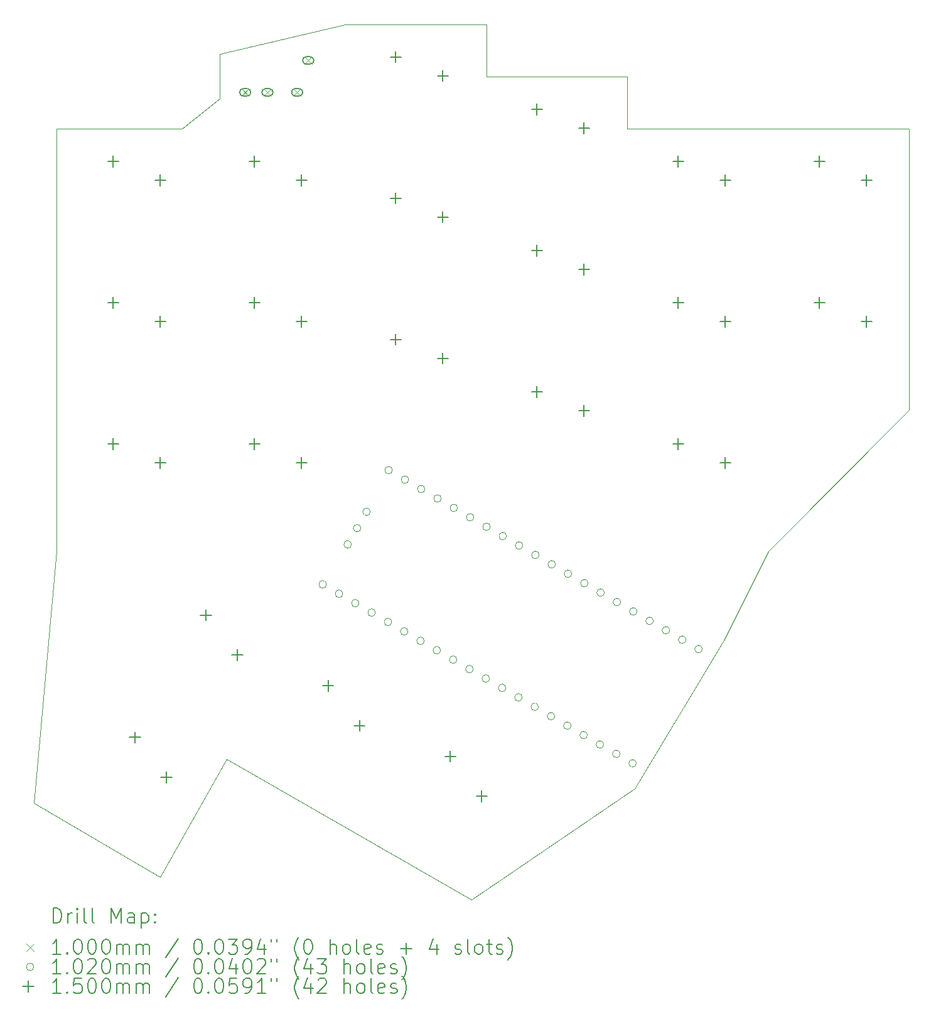
<source format=gbr>
%TF.GenerationSoftware,KiCad,Pcbnew,7.0.8-7.0.8~ubuntu22.04.1*%
%TF.CreationDate,2023-10-28T18:35:06+03:00*%
%TF.ProjectId,Keeb,4b656562-2e6b-4696-9361-645f70636258,rev?*%
%TF.SameCoordinates,Original*%
%TF.FileFunction,Drillmap*%
%TF.FilePolarity,Positive*%
%FSLAX45Y45*%
G04 Gerber Fmt 4.5, Leading zero omitted, Abs format (unit mm)*
G04 Created by KiCad (PCBNEW 7.0.8-7.0.8~ubuntu22.04.1) date 2023-10-28 18:35:06*
%MOMM*%
%LPD*%
G01*
G04 APERTURE LIST*
%ADD10C,0.050000*%
%ADD11C,0.200000*%
%ADD12C,0.100000*%
%ADD13C,0.102000*%
%ADD14C,0.150000*%
G04 APERTURE END LIST*
D10*
X15990000Y-3909294D02*
X17890000Y-3909294D01*
X17890000Y-4609294D01*
X21690000Y-4609294D01*
X21690000Y-8409294D01*
X19790000Y-10309294D01*
X19190000Y-11509294D01*
X17990000Y-13509294D01*
X15790000Y-15009294D01*
X12490000Y-13109294D01*
X11590000Y-14709294D01*
X9890000Y-13709294D01*
X10190000Y-10309294D01*
X10190000Y-4609294D01*
X11890000Y-4609294D01*
X12390000Y-4209294D01*
X12390000Y-3609294D01*
X14090000Y-3209294D01*
X15990000Y-3209294D01*
X15990000Y-3909294D01*
D11*
D12*
X12687500Y-4071794D02*
X12787500Y-4171794D01*
X12787500Y-4071794D02*
X12687500Y-4171794D01*
D11*
X12712500Y-4171794D02*
X12762500Y-4171794D01*
X12762500Y-4171794D02*
G75*
G03*
X12762500Y-4071794I0J50000D01*
G01*
X12762500Y-4071794D02*
X12712500Y-4071794D01*
X12712500Y-4071794D02*
G75*
G03*
X12712500Y-4171794I0J-50000D01*
G01*
D12*
X12987500Y-4071794D02*
X13087500Y-4171794D01*
X13087500Y-4071794D02*
X12987500Y-4171794D01*
D11*
X13012500Y-4171794D02*
X13062500Y-4171794D01*
X13062500Y-4171794D02*
G75*
G03*
X13062500Y-4071794I0J50000D01*
G01*
X13062500Y-4071794D02*
X13012500Y-4071794D01*
X13012500Y-4071794D02*
G75*
G03*
X13012500Y-4171794I0J-50000D01*
G01*
D12*
X13387500Y-4071794D02*
X13487500Y-4171794D01*
X13487500Y-4071794D02*
X13387500Y-4171794D01*
D11*
X13412500Y-4171794D02*
X13462500Y-4171794D01*
X13462500Y-4171794D02*
G75*
G03*
X13462500Y-4071794I0J50000D01*
G01*
X13462500Y-4071794D02*
X13412500Y-4071794D01*
X13412500Y-4071794D02*
G75*
G03*
X13412500Y-4171794I0J-50000D01*
G01*
D12*
X13537500Y-3641794D02*
X13637500Y-3741794D01*
X13637500Y-3641794D02*
X13537500Y-3741794D01*
D11*
X13562500Y-3741794D02*
X13612500Y-3741794D01*
X13612500Y-3741794D02*
G75*
G03*
X13612500Y-3641794I0J50000D01*
G01*
X13612500Y-3641794D02*
X13562500Y-3641794D01*
X13562500Y-3641794D02*
G75*
G03*
X13562500Y-3741794I0J-50000D01*
G01*
D13*
X13833772Y-10757499D02*
G75*
G03*
X13833772Y-10757499I-51000J0D01*
G01*
X14053742Y-10884499D02*
G75*
G03*
X14053742Y-10884499I-51000J0D01*
G01*
X14171190Y-10219073D02*
G75*
G03*
X14171190Y-10219073I-51000J0D01*
G01*
X14273713Y-11011499D02*
G75*
G03*
X14273713Y-11011499I-51000J0D01*
G01*
X14298190Y-9999103D02*
G75*
G03*
X14298190Y-9999103I-51000J0D01*
G01*
X14425190Y-9779132D02*
G75*
G03*
X14425190Y-9779132I-51000J0D01*
G01*
X14493683Y-11138499D02*
G75*
G03*
X14493683Y-11138499I-51000J0D01*
G01*
X14713654Y-11265499D02*
G75*
G03*
X14713654Y-11265499I-51000J0D01*
G01*
X14722772Y-9217706D02*
G75*
G03*
X14722772Y-9217706I-51000J0D01*
G01*
X14933624Y-11392499D02*
G75*
G03*
X14933624Y-11392499I-51000J0D01*
G01*
X14942742Y-9344706D02*
G75*
G03*
X14942742Y-9344706I-51000J0D01*
G01*
X15153595Y-11519499D02*
G75*
G03*
X15153595Y-11519499I-51000J0D01*
G01*
X15162713Y-9471706D02*
G75*
G03*
X15162713Y-9471706I-51000J0D01*
G01*
X15373565Y-11646499D02*
G75*
G03*
X15373565Y-11646499I-51000J0D01*
G01*
X15382683Y-9598706D02*
G75*
G03*
X15382683Y-9598706I-51000J0D01*
G01*
X15593535Y-11773499D02*
G75*
G03*
X15593535Y-11773499I-51000J0D01*
G01*
X15602654Y-9725706D02*
G75*
G03*
X15602654Y-9725706I-51000J0D01*
G01*
X15813506Y-11900499D02*
G75*
G03*
X15813506Y-11900499I-51000J0D01*
G01*
X15822624Y-9852706D02*
G75*
G03*
X15822624Y-9852706I-51000J0D01*
G01*
X16033476Y-12027499D02*
G75*
G03*
X16033476Y-12027499I-51000J0D01*
G01*
X16042595Y-9979706D02*
G75*
G03*
X16042595Y-9979706I-51000J0D01*
G01*
X16253447Y-12154499D02*
G75*
G03*
X16253447Y-12154499I-51000J0D01*
G01*
X16262565Y-10106706D02*
G75*
G03*
X16262565Y-10106706I-51000J0D01*
G01*
X16473417Y-12281499D02*
G75*
G03*
X16473417Y-12281499I-51000J0D01*
G01*
X16482535Y-10233706D02*
G75*
G03*
X16482535Y-10233706I-51000J0D01*
G01*
X16693388Y-12408499D02*
G75*
G03*
X16693388Y-12408499I-51000J0D01*
G01*
X16702506Y-10360706D02*
G75*
G03*
X16702506Y-10360706I-51000J0D01*
G01*
X16913358Y-12535499D02*
G75*
G03*
X16913358Y-12535499I-51000J0D01*
G01*
X16922476Y-10487706D02*
G75*
G03*
X16922476Y-10487706I-51000J0D01*
G01*
X17133329Y-12662499D02*
G75*
G03*
X17133329Y-12662499I-51000J0D01*
G01*
X17142447Y-10614706D02*
G75*
G03*
X17142447Y-10614706I-51000J0D01*
G01*
X17353299Y-12789499D02*
G75*
G03*
X17353299Y-12789499I-51000J0D01*
G01*
X17362417Y-10741706D02*
G75*
G03*
X17362417Y-10741706I-51000J0D01*
G01*
X17573270Y-12916499D02*
G75*
G03*
X17573270Y-12916499I-51000J0D01*
G01*
X17582388Y-10868706D02*
G75*
G03*
X17582388Y-10868706I-51000J0D01*
G01*
X17793240Y-13043499D02*
G75*
G03*
X17793240Y-13043499I-51000J0D01*
G01*
X17802358Y-10995706D02*
G75*
G03*
X17802358Y-10995706I-51000J0D01*
G01*
X18013211Y-13170499D02*
G75*
G03*
X18013211Y-13170499I-51000J0D01*
G01*
X18022329Y-11122706D02*
G75*
G03*
X18022329Y-11122706I-51000J0D01*
G01*
X18242299Y-11249706D02*
G75*
G03*
X18242299Y-11249706I-51000J0D01*
G01*
X18462270Y-11376706D02*
G75*
G03*
X18462270Y-11376706I-51000J0D01*
G01*
X18682240Y-11503706D02*
G75*
G03*
X18682240Y-11503706I-51000J0D01*
G01*
X18902211Y-11630706D02*
G75*
G03*
X18902211Y-11630706I-51000J0D01*
G01*
D14*
X10958500Y-4978794D02*
X10958500Y-5128794D01*
X10883500Y-5053794D02*
X11033500Y-5053794D01*
X10958500Y-6883794D02*
X10958500Y-7033794D01*
X10883500Y-6958794D02*
X11033500Y-6958794D01*
X10958500Y-8788794D02*
X10958500Y-8938794D01*
X10883500Y-8863794D02*
X11033500Y-8863794D01*
X11252987Y-12746089D02*
X11252987Y-12896089D01*
X11177987Y-12821089D02*
X11327987Y-12821089D01*
X11593500Y-5232794D02*
X11593500Y-5382794D01*
X11518500Y-5307794D02*
X11668500Y-5307794D01*
X11593500Y-7137794D02*
X11593500Y-7287794D01*
X11518500Y-7212794D02*
X11668500Y-7212794D01*
X11593500Y-9042794D02*
X11593500Y-9192794D01*
X11518500Y-9117794D02*
X11668500Y-9117794D01*
X11675913Y-13283559D02*
X11675913Y-13433559D01*
X11600913Y-13358559D02*
X11750913Y-13358559D01*
X12205487Y-11096310D02*
X12205487Y-11246310D01*
X12130487Y-11171310D02*
X12280487Y-11171310D01*
X12628413Y-11633781D02*
X12628413Y-11783781D01*
X12553413Y-11708781D02*
X12703413Y-11708781D01*
X12863500Y-4978794D02*
X12863500Y-5128794D01*
X12788500Y-5053794D02*
X12938500Y-5053794D01*
X12863500Y-6883794D02*
X12863500Y-7033794D01*
X12788500Y-6958794D02*
X12938500Y-6958794D01*
X12863500Y-8788794D02*
X12863500Y-8938794D01*
X12788500Y-8863794D02*
X12938500Y-8863794D01*
X13498500Y-5232794D02*
X13498500Y-5382794D01*
X13423500Y-5307794D02*
X13573500Y-5307794D01*
X13498500Y-7137794D02*
X13498500Y-7287794D01*
X13423500Y-7212794D02*
X13573500Y-7212794D01*
X13498500Y-9042794D02*
X13498500Y-9192794D01*
X13423500Y-9117794D02*
X13573500Y-9117794D01*
X13855265Y-12048810D02*
X13855265Y-12198810D01*
X13780265Y-12123810D02*
X13930265Y-12123810D01*
X14278191Y-12586281D02*
X14278191Y-12736281D01*
X14203191Y-12661281D02*
X14353191Y-12661281D01*
X14768500Y-3568794D02*
X14768500Y-3718794D01*
X14693500Y-3643794D02*
X14843500Y-3643794D01*
X14768500Y-5473794D02*
X14768500Y-5623794D01*
X14693500Y-5548794D02*
X14843500Y-5548794D01*
X14768500Y-7378794D02*
X14768500Y-7528794D01*
X14693500Y-7453794D02*
X14843500Y-7453794D01*
X15403500Y-3822794D02*
X15403500Y-3972794D01*
X15328500Y-3897794D02*
X15478500Y-3897794D01*
X15403500Y-5727794D02*
X15403500Y-5877794D01*
X15328500Y-5802794D02*
X15478500Y-5802794D01*
X15403500Y-7632794D02*
X15403500Y-7782794D01*
X15328500Y-7707794D02*
X15478500Y-7707794D01*
X15505044Y-13001310D02*
X15505044Y-13151310D01*
X15430044Y-13076310D02*
X15580044Y-13076310D01*
X15927970Y-13538781D02*
X15927970Y-13688781D01*
X15852970Y-13613781D02*
X16002970Y-13613781D01*
X16673500Y-4273794D02*
X16673500Y-4423794D01*
X16598500Y-4348794D02*
X16748500Y-4348794D01*
X16673500Y-6178794D02*
X16673500Y-6328794D01*
X16598500Y-6253794D02*
X16748500Y-6253794D01*
X16673500Y-8083794D02*
X16673500Y-8233794D01*
X16598500Y-8158794D02*
X16748500Y-8158794D01*
X17308500Y-4527794D02*
X17308500Y-4677794D01*
X17233500Y-4602794D02*
X17383500Y-4602794D01*
X17308500Y-6432794D02*
X17308500Y-6582794D01*
X17233500Y-6507794D02*
X17383500Y-6507794D01*
X17308500Y-8337794D02*
X17308500Y-8487794D01*
X17233500Y-8412794D02*
X17383500Y-8412794D01*
X18578500Y-4978794D02*
X18578500Y-5128794D01*
X18503500Y-5053794D02*
X18653500Y-5053794D01*
X18578500Y-6883794D02*
X18578500Y-7033794D01*
X18503500Y-6958794D02*
X18653500Y-6958794D01*
X18578500Y-8788794D02*
X18578500Y-8938794D01*
X18503500Y-8863794D02*
X18653500Y-8863794D01*
X19213500Y-5232794D02*
X19213500Y-5382794D01*
X19138500Y-5307794D02*
X19288500Y-5307794D01*
X19213500Y-7137794D02*
X19213500Y-7287794D01*
X19138500Y-7212794D02*
X19288500Y-7212794D01*
X19213500Y-9042794D02*
X19213500Y-9192794D01*
X19138500Y-9117794D02*
X19288500Y-9117794D01*
X20483500Y-4978794D02*
X20483500Y-5128794D01*
X20408500Y-5053794D02*
X20558500Y-5053794D01*
X20483500Y-6883794D02*
X20483500Y-7033794D01*
X20408500Y-6958794D02*
X20558500Y-6958794D01*
X21118500Y-5232794D02*
X21118500Y-5382794D01*
X21043500Y-5307794D02*
X21193500Y-5307794D01*
X21118500Y-7137794D02*
X21118500Y-7287794D01*
X21043500Y-7212794D02*
X21193500Y-7212794D01*
D11*
X10148277Y-15323278D02*
X10148277Y-15123278D01*
X10148277Y-15123278D02*
X10195896Y-15123278D01*
X10195896Y-15123278D02*
X10224467Y-15132802D01*
X10224467Y-15132802D02*
X10243515Y-15151850D01*
X10243515Y-15151850D02*
X10253039Y-15170897D01*
X10253039Y-15170897D02*
X10262563Y-15208992D01*
X10262563Y-15208992D02*
X10262563Y-15237564D01*
X10262563Y-15237564D02*
X10253039Y-15275659D01*
X10253039Y-15275659D02*
X10243515Y-15294707D01*
X10243515Y-15294707D02*
X10224467Y-15313754D01*
X10224467Y-15313754D02*
X10195896Y-15323278D01*
X10195896Y-15323278D02*
X10148277Y-15323278D01*
X10348277Y-15323278D02*
X10348277Y-15189945D01*
X10348277Y-15228040D02*
X10357801Y-15208992D01*
X10357801Y-15208992D02*
X10367324Y-15199469D01*
X10367324Y-15199469D02*
X10386372Y-15189945D01*
X10386372Y-15189945D02*
X10405420Y-15189945D01*
X10472086Y-15323278D02*
X10472086Y-15189945D01*
X10472086Y-15123278D02*
X10462563Y-15132802D01*
X10462563Y-15132802D02*
X10472086Y-15142326D01*
X10472086Y-15142326D02*
X10481610Y-15132802D01*
X10481610Y-15132802D02*
X10472086Y-15123278D01*
X10472086Y-15123278D02*
X10472086Y-15142326D01*
X10595896Y-15323278D02*
X10576848Y-15313754D01*
X10576848Y-15313754D02*
X10567324Y-15294707D01*
X10567324Y-15294707D02*
X10567324Y-15123278D01*
X10700658Y-15323278D02*
X10681610Y-15313754D01*
X10681610Y-15313754D02*
X10672086Y-15294707D01*
X10672086Y-15294707D02*
X10672086Y-15123278D01*
X10929229Y-15323278D02*
X10929229Y-15123278D01*
X10929229Y-15123278D02*
X10995896Y-15266135D01*
X10995896Y-15266135D02*
X11062563Y-15123278D01*
X11062563Y-15123278D02*
X11062563Y-15323278D01*
X11243515Y-15323278D02*
X11243515Y-15218516D01*
X11243515Y-15218516D02*
X11233991Y-15199469D01*
X11233991Y-15199469D02*
X11214943Y-15189945D01*
X11214943Y-15189945D02*
X11176848Y-15189945D01*
X11176848Y-15189945D02*
X11157801Y-15199469D01*
X11243515Y-15313754D02*
X11224467Y-15323278D01*
X11224467Y-15323278D02*
X11176848Y-15323278D01*
X11176848Y-15323278D02*
X11157801Y-15313754D01*
X11157801Y-15313754D02*
X11148277Y-15294707D01*
X11148277Y-15294707D02*
X11148277Y-15275659D01*
X11148277Y-15275659D02*
X11157801Y-15256611D01*
X11157801Y-15256611D02*
X11176848Y-15247088D01*
X11176848Y-15247088D02*
X11224467Y-15247088D01*
X11224467Y-15247088D02*
X11243515Y-15237564D01*
X11338753Y-15189945D02*
X11338753Y-15389945D01*
X11338753Y-15199469D02*
X11357801Y-15189945D01*
X11357801Y-15189945D02*
X11395896Y-15189945D01*
X11395896Y-15189945D02*
X11414943Y-15199469D01*
X11414943Y-15199469D02*
X11424467Y-15208992D01*
X11424467Y-15208992D02*
X11433991Y-15228040D01*
X11433991Y-15228040D02*
X11433991Y-15285183D01*
X11433991Y-15285183D02*
X11424467Y-15304230D01*
X11424467Y-15304230D02*
X11414943Y-15313754D01*
X11414943Y-15313754D02*
X11395896Y-15323278D01*
X11395896Y-15323278D02*
X11357801Y-15323278D01*
X11357801Y-15323278D02*
X11338753Y-15313754D01*
X11519705Y-15304230D02*
X11529229Y-15313754D01*
X11529229Y-15313754D02*
X11519705Y-15323278D01*
X11519705Y-15323278D02*
X11510182Y-15313754D01*
X11510182Y-15313754D02*
X11519705Y-15304230D01*
X11519705Y-15304230D02*
X11519705Y-15323278D01*
X11519705Y-15199469D02*
X11529229Y-15208992D01*
X11529229Y-15208992D02*
X11519705Y-15218516D01*
X11519705Y-15218516D02*
X11510182Y-15208992D01*
X11510182Y-15208992D02*
X11519705Y-15199469D01*
X11519705Y-15199469D02*
X11519705Y-15218516D01*
D12*
X9787500Y-15601794D02*
X9887500Y-15701794D01*
X9887500Y-15601794D02*
X9787500Y-15701794D01*
D11*
X10253039Y-15743278D02*
X10138753Y-15743278D01*
X10195896Y-15743278D02*
X10195896Y-15543278D01*
X10195896Y-15543278D02*
X10176848Y-15571850D01*
X10176848Y-15571850D02*
X10157801Y-15590897D01*
X10157801Y-15590897D02*
X10138753Y-15600421D01*
X10338753Y-15724230D02*
X10348277Y-15733754D01*
X10348277Y-15733754D02*
X10338753Y-15743278D01*
X10338753Y-15743278D02*
X10329229Y-15733754D01*
X10329229Y-15733754D02*
X10338753Y-15724230D01*
X10338753Y-15724230D02*
X10338753Y-15743278D01*
X10472086Y-15543278D02*
X10491134Y-15543278D01*
X10491134Y-15543278D02*
X10510182Y-15552802D01*
X10510182Y-15552802D02*
X10519705Y-15562326D01*
X10519705Y-15562326D02*
X10529229Y-15581373D01*
X10529229Y-15581373D02*
X10538753Y-15619469D01*
X10538753Y-15619469D02*
X10538753Y-15667088D01*
X10538753Y-15667088D02*
X10529229Y-15705183D01*
X10529229Y-15705183D02*
X10519705Y-15724230D01*
X10519705Y-15724230D02*
X10510182Y-15733754D01*
X10510182Y-15733754D02*
X10491134Y-15743278D01*
X10491134Y-15743278D02*
X10472086Y-15743278D01*
X10472086Y-15743278D02*
X10453039Y-15733754D01*
X10453039Y-15733754D02*
X10443515Y-15724230D01*
X10443515Y-15724230D02*
X10433991Y-15705183D01*
X10433991Y-15705183D02*
X10424467Y-15667088D01*
X10424467Y-15667088D02*
X10424467Y-15619469D01*
X10424467Y-15619469D02*
X10433991Y-15581373D01*
X10433991Y-15581373D02*
X10443515Y-15562326D01*
X10443515Y-15562326D02*
X10453039Y-15552802D01*
X10453039Y-15552802D02*
X10472086Y-15543278D01*
X10662563Y-15543278D02*
X10681610Y-15543278D01*
X10681610Y-15543278D02*
X10700658Y-15552802D01*
X10700658Y-15552802D02*
X10710182Y-15562326D01*
X10710182Y-15562326D02*
X10719705Y-15581373D01*
X10719705Y-15581373D02*
X10729229Y-15619469D01*
X10729229Y-15619469D02*
X10729229Y-15667088D01*
X10729229Y-15667088D02*
X10719705Y-15705183D01*
X10719705Y-15705183D02*
X10710182Y-15724230D01*
X10710182Y-15724230D02*
X10700658Y-15733754D01*
X10700658Y-15733754D02*
X10681610Y-15743278D01*
X10681610Y-15743278D02*
X10662563Y-15743278D01*
X10662563Y-15743278D02*
X10643515Y-15733754D01*
X10643515Y-15733754D02*
X10633991Y-15724230D01*
X10633991Y-15724230D02*
X10624467Y-15705183D01*
X10624467Y-15705183D02*
X10614944Y-15667088D01*
X10614944Y-15667088D02*
X10614944Y-15619469D01*
X10614944Y-15619469D02*
X10624467Y-15581373D01*
X10624467Y-15581373D02*
X10633991Y-15562326D01*
X10633991Y-15562326D02*
X10643515Y-15552802D01*
X10643515Y-15552802D02*
X10662563Y-15543278D01*
X10853039Y-15543278D02*
X10872086Y-15543278D01*
X10872086Y-15543278D02*
X10891134Y-15552802D01*
X10891134Y-15552802D02*
X10900658Y-15562326D01*
X10900658Y-15562326D02*
X10910182Y-15581373D01*
X10910182Y-15581373D02*
X10919705Y-15619469D01*
X10919705Y-15619469D02*
X10919705Y-15667088D01*
X10919705Y-15667088D02*
X10910182Y-15705183D01*
X10910182Y-15705183D02*
X10900658Y-15724230D01*
X10900658Y-15724230D02*
X10891134Y-15733754D01*
X10891134Y-15733754D02*
X10872086Y-15743278D01*
X10872086Y-15743278D02*
X10853039Y-15743278D01*
X10853039Y-15743278D02*
X10833991Y-15733754D01*
X10833991Y-15733754D02*
X10824467Y-15724230D01*
X10824467Y-15724230D02*
X10814944Y-15705183D01*
X10814944Y-15705183D02*
X10805420Y-15667088D01*
X10805420Y-15667088D02*
X10805420Y-15619469D01*
X10805420Y-15619469D02*
X10814944Y-15581373D01*
X10814944Y-15581373D02*
X10824467Y-15562326D01*
X10824467Y-15562326D02*
X10833991Y-15552802D01*
X10833991Y-15552802D02*
X10853039Y-15543278D01*
X11005420Y-15743278D02*
X11005420Y-15609945D01*
X11005420Y-15628992D02*
X11014944Y-15619469D01*
X11014944Y-15619469D02*
X11033991Y-15609945D01*
X11033991Y-15609945D02*
X11062563Y-15609945D01*
X11062563Y-15609945D02*
X11081610Y-15619469D01*
X11081610Y-15619469D02*
X11091134Y-15638516D01*
X11091134Y-15638516D02*
X11091134Y-15743278D01*
X11091134Y-15638516D02*
X11100658Y-15619469D01*
X11100658Y-15619469D02*
X11119705Y-15609945D01*
X11119705Y-15609945D02*
X11148277Y-15609945D01*
X11148277Y-15609945D02*
X11167325Y-15619469D01*
X11167325Y-15619469D02*
X11176848Y-15638516D01*
X11176848Y-15638516D02*
X11176848Y-15743278D01*
X11272086Y-15743278D02*
X11272086Y-15609945D01*
X11272086Y-15628992D02*
X11281610Y-15619469D01*
X11281610Y-15619469D02*
X11300658Y-15609945D01*
X11300658Y-15609945D02*
X11329229Y-15609945D01*
X11329229Y-15609945D02*
X11348277Y-15619469D01*
X11348277Y-15619469D02*
X11357801Y-15638516D01*
X11357801Y-15638516D02*
X11357801Y-15743278D01*
X11357801Y-15638516D02*
X11367324Y-15619469D01*
X11367324Y-15619469D02*
X11386372Y-15609945D01*
X11386372Y-15609945D02*
X11414943Y-15609945D01*
X11414943Y-15609945D02*
X11433991Y-15619469D01*
X11433991Y-15619469D02*
X11443515Y-15638516D01*
X11443515Y-15638516D02*
X11443515Y-15743278D01*
X11833991Y-15533754D02*
X11662563Y-15790897D01*
X12091134Y-15543278D02*
X12110182Y-15543278D01*
X12110182Y-15543278D02*
X12129229Y-15552802D01*
X12129229Y-15552802D02*
X12138753Y-15562326D01*
X12138753Y-15562326D02*
X12148277Y-15581373D01*
X12148277Y-15581373D02*
X12157801Y-15619469D01*
X12157801Y-15619469D02*
X12157801Y-15667088D01*
X12157801Y-15667088D02*
X12148277Y-15705183D01*
X12148277Y-15705183D02*
X12138753Y-15724230D01*
X12138753Y-15724230D02*
X12129229Y-15733754D01*
X12129229Y-15733754D02*
X12110182Y-15743278D01*
X12110182Y-15743278D02*
X12091134Y-15743278D01*
X12091134Y-15743278D02*
X12072086Y-15733754D01*
X12072086Y-15733754D02*
X12062563Y-15724230D01*
X12062563Y-15724230D02*
X12053039Y-15705183D01*
X12053039Y-15705183D02*
X12043515Y-15667088D01*
X12043515Y-15667088D02*
X12043515Y-15619469D01*
X12043515Y-15619469D02*
X12053039Y-15581373D01*
X12053039Y-15581373D02*
X12062563Y-15562326D01*
X12062563Y-15562326D02*
X12072086Y-15552802D01*
X12072086Y-15552802D02*
X12091134Y-15543278D01*
X12243515Y-15724230D02*
X12253039Y-15733754D01*
X12253039Y-15733754D02*
X12243515Y-15743278D01*
X12243515Y-15743278D02*
X12233991Y-15733754D01*
X12233991Y-15733754D02*
X12243515Y-15724230D01*
X12243515Y-15724230D02*
X12243515Y-15743278D01*
X12376848Y-15543278D02*
X12395896Y-15543278D01*
X12395896Y-15543278D02*
X12414944Y-15552802D01*
X12414944Y-15552802D02*
X12424467Y-15562326D01*
X12424467Y-15562326D02*
X12433991Y-15581373D01*
X12433991Y-15581373D02*
X12443515Y-15619469D01*
X12443515Y-15619469D02*
X12443515Y-15667088D01*
X12443515Y-15667088D02*
X12433991Y-15705183D01*
X12433991Y-15705183D02*
X12424467Y-15724230D01*
X12424467Y-15724230D02*
X12414944Y-15733754D01*
X12414944Y-15733754D02*
X12395896Y-15743278D01*
X12395896Y-15743278D02*
X12376848Y-15743278D01*
X12376848Y-15743278D02*
X12357801Y-15733754D01*
X12357801Y-15733754D02*
X12348277Y-15724230D01*
X12348277Y-15724230D02*
X12338753Y-15705183D01*
X12338753Y-15705183D02*
X12329229Y-15667088D01*
X12329229Y-15667088D02*
X12329229Y-15619469D01*
X12329229Y-15619469D02*
X12338753Y-15581373D01*
X12338753Y-15581373D02*
X12348277Y-15562326D01*
X12348277Y-15562326D02*
X12357801Y-15552802D01*
X12357801Y-15552802D02*
X12376848Y-15543278D01*
X12510182Y-15543278D02*
X12633991Y-15543278D01*
X12633991Y-15543278D02*
X12567325Y-15619469D01*
X12567325Y-15619469D02*
X12595896Y-15619469D01*
X12595896Y-15619469D02*
X12614944Y-15628992D01*
X12614944Y-15628992D02*
X12624467Y-15638516D01*
X12624467Y-15638516D02*
X12633991Y-15657564D01*
X12633991Y-15657564D02*
X12633991Y-15705183D01*
X12633991Y-15705183D02*
X12624467Y-15724230D01*
X12624467Y-15724230D02*
X12614944Y-15733754D01*
X12614944Y-15733754D02*
X12595896Y-15743278D01*
X12595896Y-15743278D02*
X12538753Y-15743278D01*
X12538753Y-15743278D02*
X12519706Y-15733754D01*
X12519706Y-15733754D02*
X12510182Y-15724230D01*
X12729229Y-15743278D02*
X12767325Y-15743278D01*
X12767325Y-15743278D02*
X12786372Y-15733754D01*
X12786372Y-15733754D02*
X12795896Y-15724230D01*
X12795896Y-15724230D02*
X12814944Y-15695659D01*
X12814944Y-15695659D02*
X12824467Y-15657564D01*
X12824467Y-15657564D02*
X12824467Y-15581373D01*
X12824467Y-15581373D02*
X12814944Y-15562326D01*
X12814944Y-15562326D02*
X12805420Y-15552802D01*
X12805420Y-15552802D02*
X12786372Y-15543278D01*
X12786372Y-15543278D02*
X12748277Y-15543278D01*
X12748277Y-15543278D02*
X12729229Y-15552802D01*
X12729229Y-15552802D02*
X12719706Y-15562326D01*
X12719706Y-15562326D02*
X12710182Y-15581373D01*
X12710182Y-15581373D02*
X12710182Y-15628992D01*
X12710182Y-15628992D02*
X12719706Y-15648040D01*
X12719706Y-15648040D02*
X12729229Y-15657564D01*
X12729229Y-15657564D02*
X12748277Y-15667088D01*
X12748277Y-15667088D02*
X12786372Y-15667088D01*
X12786372Y-15667088D02*
X12805420Y-15657564D01*
X12805420Y-15657564D02*
X12814944Y-15648040D01*
X12814944Y-15648040D02*
X12824467Y-15628992D01*
X12995896Y-15609945D02*
X12995896Y-15743278D01*
X12948277Y-15533754D02*
X12900658Y-15676611D01*
X12900658Y-15676611D02*
X13024467Y-15676611D01*
X13091134Y-15543278D02*
X13091134Y-15581373D01*
X13167325Y-15543278D02*
X13167325Y-15581373D01*
X13462563Y-15819469D02*
X13453039Y-15809945D01*
X13453039Y-15809945D02*
X13433991Y-15781373D01*
X13433991Y-15781373D02*
X13424468Y-15762326D01*
X13424468Y-15762326D02*
X13414944Y-15733754D01*
X13414944Y-15733754D02*
X13405420Y-15686135D01*
X13405420Y-15686135D02*
X13405420Y-15648040D01*
X13405420Y-15648040D02*
X13414944Y-15600421D01*
X13414944Y-15600421D02*
X13424468Y-15571850D01*
X13424468Y-15571850D02*
X13433991Y-15552802D01*
X13433991Y-15552802D02*
X13453039Y-15524230D01*
X13453039Y-15524230D02*
X13462563Y-15514707D01*
X13576848Y-15543278D02*
X13595896Y-15543278D01*
X13595896Y-15543278D02*
X13614944Y-15552802D01*
X13614944Y-15552802D02*
X13624468Y-15562326D01*
X13624468Y-15562326D02*
X13633991Y-15581373D01*
X13633991Y-15581373D02*
X13643515Y-15619469D01*
X13643515Y-15619469D02*
X13643515Y-15667088D01*
X13643515Y-15667088D02*
X13633991Y-15705183D01*
X13633991Y-15705183D02*
X13624468Y-15724230D01*
X13624468Y-15724230D02*
X13614944Y-15733754D01*
X13614944Y-15733754D02*
X13595896Y-15743278D01*
X13595896Y-15743278D02*
X13576848Y-15743278D01*
X13576848Y-15743278D02*
X13557801Y-15733754D01*
X13557801Y-15733754D02*
X13548277Y-15724230D01*
X13548277Y-15724230D02*
X13538753Y-15705183D01*
X13538753Y-15705183D02*
X13529229Y-15667088D01*
X13529229Y-15667088D02*
X13529229Y-15619469D01*
X13529229Y-15619469D02*
X13538753Y-15581373D01*
X13538753Y-15581373D02*
X13548277Y-15562326D01*
X13548277Y-15562326D02*
X13557801Y-15552802D01*
X13557801Y-15552802D02*
X13576848Y-15543278D01*
X13881610Y-15743278D02*
X13881610Y-15543278D01*
X13967325Y-15743278D02*
X13967325Y-15638516D01*
X13967325Y-15638516D02*
X13957801Y-15619469D01*
X13957801Y-15619469D02*
X13938753Y-15609945D01*
X13938753Y-15609945D02*
X13910182Y-15609945D01*
X13910182Y-15609945D02*
X13891134Y-15619469D01*
X13891134Y-15619469D02*
X13881610Y-15628992D01*
X14091134Y-15743278D02*
X14072087Y-15733754D01*
X14072087Y-15733754D02*
X14062563Y-15724230D01*
X14062563Y-15724230D02*
X14053039Y-15705183D01*
X14053039Y-15705183D02*
X14053039Y-15648040D01*
X14053039Y-15648040D02*
X14062563Y-15628992D01*
X14062563Y-15628992D02*
X14072087Y-15619469D01*
X14072087Y-15619469D02*
X14091134Y-15609945D01*
X14091134Y-15609945D02*
X14119706Y-15609945D01*
X14119706Y-15609945D02*
X14138753Y-15619469D01*
X14138753Y-15619469D02*
X14148277Y-15628992D01*
X14148277Y-15628992D02*
X14157801Y-15648040D01*
X14157801Y-15648040D02*
X14157801Y-15705183D01*
X14157801Y-15705183D02*
X14148277Y-15724230D01*
X14148277Y-15724230D02*
X14138753Y-15733754D01*
X14138753Y-15733754D02*
X14119706Y-15743278D01*
X14119706Y-15743278D02*
X14091134Y-15743278D01*
X14272087Y-15743278D02*
X14253039Y-15733754D01*
X14253039Y-15733754D02*
X14243515Y-15714707D01*
X14243515Y-15714707D02*
X14243515Y-15543278D01*
X14424468Y-15733754D02*
X14405420Y-15743278D01*
X14405420Y-15743278D02*
X14367325Y-15743278D01*
X14367325Y-15743278D02*
X14348277Y-15733754D01*
X14348277Y-15733754D02*
X14338753Y-15714707D01*
X14338753Y-15714707D02*
X14338753Y-15638516D01*
X14338753Y-15638516D02*
X14348277Y-15619469D01*
X14348277Y-15619469D02*
X14367325Y-15609945D01*
X14367325Y-15609945D02*
X14405420Y-15609945D01*
X14405420Y-15609945D02*
X14424468Y-15619469D01*
X14424468Y-15619469D02*
X14433991Y-15638516D01*
X14433991Y-15638516D02*
X14433991Y-15657564D01*
X14433991Y-15657564D02*
X14338753Y-15676611D01*
X14510182Y-15733754D02*
X14529230Y-15743278D01*
X14529230Y-15743278D02*
X14567325Y-15743278D01*
X14567325Y-15743278D02*
X14586372Y-15733754D01*
X14586372Y-15733754D02*
X14595896Y-15714707D01*
X14595896Y-15714707D02*
X14595896Y-15705183D01*
X14595896Y-15705183D02*
X14586372Y-15686135D01*
X14586372Y-15686135D02*
X14567325Y-15676611D01*
X14567325Y-15676611D02*
X14538753Y-15676611D01*
X14538753Y-15676611D02*
X14519706Y-15667088D01*
X14519706Y-15667088D02*
X14510182Y-15648040D01*
X14510182Y-15648040D02*
X14510182Y-15638516D01*
X14510182Y-15638516D02*
X14519706Y-15619469D01*
X14519706Y-15619469D02*
X14538753Y-15609945D01*
X14538753Y-15609945D02*
X14567325Y-15609945D01*
X14567325Y-15609945D02*
X14586372Y-15619469D01*
X14833992Y-15667088D02*
X14986373Y-15667088D01*
X14910182Y-15743278D02*
X14910182Y-15590897D01*
X15319706Y-15609945D02*
X15319706Y-15743278D01*
X15272087Y-15533754D02*
X15224468Y-15676611D01*
X15224468Y-15676611D02*
X15348277Y-15676611D01*
X15567325Y-15733754D02*
X15586373Y-15743278D01*
X15586373Y-15743278D02*
X15624468Y-15743278D01*
X15624468Y-15743278D02*
X15643515Y-15733754D01*
X15643515Y-15733754D02*
X15653039Y-15714707D01*
X15653039Y-15714707D02*
X15653039Y-15705183D01*
X15653039Y-15705183D02*
X15643515Y-15686135D01*
X15643515Y-15686135D02*
X15624468Y-15676611D01*
X15624468Y-15676611D02*
X15595896Y-15676611D01*
X15595896Y-15676611D02*
X15576849Y-15667088D01*
X15576849Y-15667088D02*
X15567325Y-15648040D01*
X15567325Y-15648040D02*
X15567325Y-15638516D01*
X15567325Y-15638516D02*
X15576849Y-15619469D01*
X15576849Y-15619469D02*
X15595896Y-15609945D01*
X15595896Y-15609945D02*
X15624468Y-15609945D01*
X15624468Y-15609945D02*
X15643515Y-15619469D01*
X15767325Y-15743278D02*
X15748277Y-15733754D01*
X15748277Y-15733754D02*
X15738754Y-15714707D01*
X15738754Y-15714707D02*
X15738754Y-15543278D01*
X15872087Y-15743278D02*
X15853039Y-15733754D01*
X15853039Y-15733754D02*
X15843515Y-15724230D01*
X15843515Y-15724230D02*
X15833992Y-15705183D01*
X15833992Y-15705183D02*
X15833992Y-15648040D01*
X15833992Y-15648040D02*
X15843515Y-15628992D01*
X15843515Y-15628992D02*
X15853039Y-15619469D01*
X15853039Y-15619469D02*
X15872087Y-15609945D01*
X15872087Y-15609945D02*
X15900658Y-15609945D01*
X15900658Y-15609945D02*
X15919706Y-15619469D01*
X15919706Y-15619469D02*
X15929230Y-15628992D01*
X15929230Y-15628992D02*
X15938754Y-15648040D01*
X15938754Y-15648040D02*
X15938754Y-15705183D01*
X15938754Y-15705183D02*
X15929230Y-15724230D01*
X15929230Y-15724230D02*
X15919706Y-15733754D01*
X15919706Y-15733754D02*
X15900658Y-15743278D01*
X15900658Y-15743278D02*
X15872087Y-15743278D01*
X15995896Y-15609945D02*
X16072087Y-15609945D01*
X16024468Y-15543278D02*
X16024468Y-15714707D01*
X16024468Y-15714707D02*
X16033992Y-15733754D01*
X16033992Y-15733754D02*
X16053039Y-15743278D01*
X16053039Y-15743278D02*
X16072087Y-15743278D01*
X16129230Y-15733754D02*
X16148277Y-15743278D01*
X16148277Y-15743278D02*
X16186373Y-15743278D01*
X16186373Y-15743278D02*
X16205420Y-15733754D01*
X16205420Y-15733754D02*
X16214944Y-15714707D01*
X16214944Y-15714707D02*
X16214944Y-15705183D01*
X16214944Y-15705183D02*
X16205420Y-15686135D01*
X16205420Y-15686135D02*
X16186373Y-15676611D01*
X16186373Y-15676611D02*
X16157801Y-15676611D01*
X16157801Y-15676611D02*
X16138754Y-15667088D01*
X16138754Y-15667088D02*
X16129230Y-15648040D01*
X16129230Y-15648040D02*
X16129230Y-15638516D01*
X16129230Y-15638516D02*
X16138754Y-15619469D01*
X16138754Y-15619469D02*
X16157801Y-15609945D01*
X16157801Y-15609945D02*
X16186373Y-15609945D01*
X16186373Y-15609945D02*
X16205420Y-15619469D01*
X16281611Y-15819469D02*
X16291135Y-15809945D01*
X16291135Y-15809945D02*
X16310182Y-15781373D01*
X16310182Y-15781373D02*
X16319706Y-15762326D01*
X16319706Y-15762326D02*
X16329230Y-15733754D01*
X16329230Y-15733754D02*
X16338754Y-15686135D01*
X16338754Y-15686135D02*
X16338754Y-15648040D01*
X16338754Y-15648040D02*
X16329230Y-15600421D01*
X16329230Y-15600421D02*
X16319706Y-15571850D01*
X16319706Y-15571850D02*
X16310182Y-15552802D01*
X16310182Y-15552802D02*
X16291135Y-15524230D01*
X16291135Y-15524230D02*
X16281611Y-15514707D01*
D13*
X9887500Y-15915794D02*
G75*
G03*
X9887500Y-15915794I-51000J0D01*
G01*
D11*
X10253039Y-16007278D02*
X10138753Y-16007278D01*
X10195896Y-16007278D02*
X10195896Y-15807278D01*
X10195896Y-15807278D02*
X10176848Y-15835850D01*
X10176848Y-15835850D02*
X10157801Y-15854897D01*
X10157801Y-15854897D02*
X10138753Y-15864421D01*
X10338753Y-15988230D02*
X10348277Y-15997754D01*
X10348277Y-15997754D02*
X10338753Y-16007278D01*
X10338753Y-16007278D02*
X10329229Y-15997754D01*
X10329229Y-15997754D02*
X10338753Y-15988230D01*
X10338753Y-15988230D02*
X10338753Y-16007278D01*
X10472086Y-15807278D02*
X10491134Y-15807278D01*
X10491134Y-15807278D02*
X10510182Y-15816802D01*
X10510182Y-15816802D02*
X10519705Y-15826326D01*
X10519705Y-15826326D02*
X10529229Y-15845373D01*
X10529229Y-15845373D02*
X10538753Y-15883469D01*
X10538753Y-15883469D02*
X10538753Y-15931088D01*
X10538753Y-15931088D02*
X10529229Y-15969183D01*
X10529229Y-15969183D02*
X10519705Y-15988230D01*
X10519705Y-15988230D02*
X10510182Y-15997754D01*
X10510182Y-15997754D02*
X10491134Y-16007278D01*
X10491134Y-16007278D02*
X10472086Y-16007278D01*
X10472086Y-16007278D02*
X10453039Y-15997754D01*
X10453039Y-15997754D02*
X10443515Y-15988230D01*
X10443515Y-15988230D02*
X10433991Y-15969183D01*
X10433991Y-15969183D02*
X10424467Y-15931088D01*
X10424467Y-15931088D02*
X10424467Y-15883469D01*
X10424467Y-15883469D02*
X10433991Y-15845373D01*
X10433991Y-15845373D02*
X10443515Y-15826326D01*
X10443515Y-15826326D02*
X10453039Y-15816802D01*
X10453039Y-15816802D02*
X10472086Y-15807278D01*
X10614944Y-15826326D02*
X10624467Y-15816802D01*
X10624467Y-15816802D02*
X10643515Y-15807278D01*
X10643515Y-15807278D02*
X10691134Y-15807278D01*
X10691134Y-15807278D02*
X10710182Y-15816802D01*
X10710182Y-15816802D02*
X10719705Y-15826326D01*
X10719705Y-15826326D02*
X10729229Y-15845373D01*
X10729229Y-15845373D02*
X10729229Y-15864421D01*
X10729229Y-15864421D02*
X10719705Y-15892992D01*
X10719705Y-15892992D02*
X10605420Y-16007278D01*
X10605420Y-16007278D02*
X10729229Y-16007278D01*
X10853039Y-15807278D02*
X10872086Y-15807278D01*
X10872086Y-15807278D02*
X10891134Y-15816802D01*
X10891134Y-15816802D02*
X10900658Y-15826326D01*
X10900658Y-15826326D02*
X10910182Y-15845373D01*
X10910182Y-15845373D02*
X10919705Y-15883469D01*
X10919705Y-15883469D02*
X10919705Y-15931088D01*
X10919705Y-15931088D02*
X10910182Y-15969183D01*
X10910182Y-15969183D02*
X10900658Y-15988230D01*
X10900658Y-15988230D02*
X10891134Y-15997754D01*
X10891134Y-15997754D02*
X10872086Y-16007278D01*
X10872086Y-16007278D02*
X10853039Y-16007278D01*
X10853039Y-16007278D02*
X10833991Y-15997754D01*
X10833991Y-15997754D02*
X10824467Y-15988230D01*
X10824467Y-15988230D02*
X10814944Y-15969183D01*
X10814944Y-15969183D02*
X10805420Y-15931088D01*
X10805420Y-15931088D02*
X10805420Y-15883469D01*
X10805420Y-15883469D02*
X10814944Y-15845373D01*
X10814944Y-15845373D02*
X10824467Y-15826326D01*
X10824467Y-15826326D02*
X10833991Y-15816802D01*
X10833991Y-15816802D02*
X10853039Y-15807278D01*
X11005420Y-16007278D02*
X11005420Y-15873945D01*
X11005420Y-15892992D02*
X11014944Y-15883469D01*
X11014944Y-15883469D02*
X11033991Y-15873945D01*
X11033991Y-15873945D02*
X11062563Y-15873945D01*
X11062563Y-15873945D02*
X11081610Y-15883469D01*
X11081610Y-15883469D02*
X11091134Y-15902516D01*
X11091134Y-15902516D02*
X11091134Y-16007278D01*
X11091134Y-15902516D02*
X11100658Y-15883469D01*
X11100658Y-15883469D02*
X11119705Y-15873945D01*
X11119705Y-15873945D02*
X11148277Y-15873945D01*
X11148277Y-15873945D02*
X11167325Y-15883469D01*
X11167325Y-15883469D02*
X11176848Y-15902516D01*
X11176848Y-15902516D02*
X11176848Y-16007278D01*
X11272086Y-16007278D02*
X11272086Y-15873945D01*
X11272086Y-15892992D02*
X11281610Y-15883469D01*
X11281610Y-15883469D02*
X11300658Y-15873945D01*
X11300658Y-15873945D02*
X11329229Y-15873945D01*
X11329229Y-15873945D02*
X11348277Y-15883469D01*
X11348277Y-15883469D02*
X11357801Y-15902516D01*
X11357801Y-15902516D02*
X11357801Y-16007278D01*
X11357801Y-15902516D02*
X11367324Y-15883469D01*
X11367324Y-15883469D02*
X11386372Y-15873945D01*
X11386372Y-15873945D02*
X11414943Y-15873945D01*
X11414943Y-15873945D02*
X11433991Y-15883469D01*
X11433991Y-15883469D02*
X11443515Y-15902516D01*
X11443515Y-15902516D02*
X11443515Y-16007278D01*
X11833991Y-15797754D02*
X11662563Y-16054897D01*
X12091134Y-15807278D02*
X12110182Y-15807278D01*
X12110182Y-15807278D02*
X12129229Y-15816802D01*
X12129229Y-15816802D02*
X12138753Y-15826326D01*
X12138753Y-15826326D02*
X12148277Y-15845373D01*
X12148277Y-15845373D02*
X12157801Y-15883469D01*
X12157801Y-15883469D02*
X12157801Y-15931088D01*
X12157801Y-15931088D02*
X12148277Y-15969183D01*
X12148277Y-15969183D02*
X12138753Y-15988230D01*
X12138753Y-15988230D02*
X12129229Y-15997754D01*
X12129229Y-15997754D02*
X12110182Y-16007278D01*
X12110182Y-16007278D02*
X12091134Y-16007278D01*
X12091134Y-16007278D02*
X12072086Y-15997754D01*
X12072086Y-15997754D02*
X12062563Y-15988230D01*
X12062563Y-15988230D02*
X12053039Y-15969183D01*
X12053039Y-15969183D02*
X12043515Y-15931088D01*
X12043515Y-15931088D02*
X12043515Y-15883469D01*
X12043515Y-15883469D02*
X12053039Y-15845373D01*
X12053039Y-15845373D02*
X12062563Y-15826326D01*
X12062563Y-15826326D02*
X12072086Y-15816802D01*
X12072086Y-15816802D02*
X12091134Y-15807278D01*
X12243515Y-15988230D02*
X12253039Y-15997754D01*
X12253039Y-15997754D02*
X12243515Y-16007278D01*
X12243515Y-16007278D02*
X12233991Y-15997754D01*
X12233991Y-15997754D02*
X12243515Y-15988230D01*
X12243515Y-15988230D02*
X12243515Y-16007278D01*
X12376848Y-15807278D02*
X12395896Y-15807278D01*
X12395896Y-15807278D02*
X12414944Y-15816802D01*
X12414944Y-15816802D02*
X12424467Y-15826326D01*
X12424467Y-15826326D02*
X12433991Y-15845373D01*
X12433991Y-15845373D02*
X12443515Y-15883469D01*
X12443515Y-15883469D02*
X12443515Y-15931088D01*
X12443515Y-15931088D02*
X12433991Y-15969183D01*
X12433991Y-15969183D02*
X12424467Y-15988230D01*
X12424467Y-15988230D02*
X12414944Y-15997754D01*
X12414944Y-15997754D02*
X12395896Y-16007278D01*
X12395896Y-16007278D02*
X12376848Y-16007278D01*
X12376848Y-16007278D02*
X12357801Y-15997754D01*
X12357801Y-15997754D02*
X12348277Y-15988230D01*
X12348277Y-15988230D02*
X12338753Y-15969183D01*
X12338753Y-15969183D02*
X12329229Y-15931088D01*
X12329229Y-15931088D02*
X12329229Y-15883469D01*
X12329229Y-15883469D02*
X12338753Y-15845373D01*
X12338753Y-15845373D02*
X12348277Y-15826326D01*
X12348277Y-15826326D02*
X12357801Y-15816802D01*
X12357801Y-15816802D02*
X12376848Y-15807278D01*
X12614944Y-15873945D02*
X12614944Y-16007278D01*
X12567325Y-15797754D02*
X12519706Y-15940611D01*
X12519706Y-15940611D02*
X12643515Y-15940611D01*
X12757801Y-15807278D02*
X12776848Y-15807278D01*
X12776848Y-15807278D02*
X12795896Y-15816802D01*
X12795896Y-15816802D02*
X12805420Y-15826326D01*
X12805420Y-15826326D02*
X12814944Y-15845373D01*
X12814944Y-15845373D02*
X12824467Y-15883469D01*
X12824467Y-15883469D02*
X12824467Y-15931088D01*
X12824467Y-15931088D02*
X12814944Y-15969183D01*
X12814944Y-15969183D02*
X12805420Y-15988230D01*
X12805420Y-15988230D02*
X12795896Y-15997754D01*
X12795896Y-15997754D02*
X12776848Y-16007278D01*
X12776848Y-16007278D02*
X12757801Y-16007278D01*
X12757801Y-16007278D02*
X12738753Y-15997754D01*
X12738753Y-15997754D02*
X12729229Y-15988230D01*
X12729229Y-15988230D02*
X12719706Y-15969183D01*
X12719706Y-15969183D02*
X12710182Y-15931088D01*
X12710182Y-15931088D02*
X12710182Y-15883469D01*
X12710182Y-15883469D02*
X12719706Y-15845373D01*
X12719706Y-15845373D02*
X12729229Y-15826326D01*
X12729229Y-15826326D02*
X12738753Y-15816802D01*
X12738753Y-15816802D02*
X12757801Y-15807278D01*
X12900658Y-15826326D02*
X12910182Y-15816802D01*
X12910182Y-15816802D02*
X12929229Y-15807278D01*
X12929229Y-15807278D02*
X12976848Y-15807278D01*
X12976848Y-15807278D02*
X12995896Y-15816802D01*
X12995896Y-15816802D02*
X13005420Y-15826326D01*
X13005420Y-15826326D02*
X13014944Y-15845373D01*
X13014944Y-15845373D02*
X13014944Y-15864421D01*
X13014944Y-15864421D02*
X13005420Y-15892992D01*
X13005420Y-15892992D02*
X12891134Y-16007278D01*
X12891134Y-16007278D02*
X13014944Y-16007278D01*
X13091134Y-15807278D02*
X13091134Y-15845373D01*
X13167325Y-15807278D02*
X13167325Y-15845373D01*
X13462563Y-16083469D02*
X13453039Y-16073945D01*
X13453039Y-16073945D02*
X13433991Y-16045373D01*
X13433991Y-16045373D02*
X13424468Y-16026326D01*
X13424468Y-16026326D02*
X13414944Y-15997754D01*
X13414944Y-15997754D02*
X13405420Y-15950135D01*
X13405420Y-15950135D02*
X13405420Y-15912040D01*
X13405420Y-15912040D02*
X13414944Y-15864421D01*
X13414944Y-15864421D02*
X13424468Y-15835850D01*
X13424468Y-15835850D02*
X13433991Y-15816802D01*
X13433991Y-15816802D02*
X13453039Y-15788230D01*
X13453039Y-15788230D02*
X13462563Y-15778707D01*
X13624468Y-15873945D02*
X13624468Y-16007278D01*
X13576848Y-15797754D02*
X13529229Y-15940611D01*
X13529229Y-15940611D02*
X13653039Y-15940611D01*
X13710182Y-15807278D02*
X13833991Y-15807278D01*
X13833991Y-15807278D02*
X13767325Y-15883469D01*
X13767325Y-15883469D02*
X13795896Y-15883469D01*
X13795896Y-15883469D02*
X13814944Y-15892992D01*
X13814944Y-15892992D02*
X13824468Y-15902516D01*
X13824468Y-15902516D02*
X13833991Y-15921564D01*
X13833991Y-15921564D02*
X13833991Y-15969183D01*
X13833991Y-15969183D02*
X13824468Y-15988230D01*
X13824468Y-15988230D02*
X13814944Y-15997754D01*
X13814944Y-15997754D02*
X13795896Y-16007278D01*
X13795896Y-16007278D02*
X13738753Y-16007278D01*
X13738753Y-16007278D02*
X13719706Y-15997754D01*
X13719706Y-15997754D02*
X13710182Y-15988230D01*
X14072087Y-16007278D02*
X14072087Y-15807278D01*
X14157801Y-16007278D02*
X14157801Y-15902516D01*
X14157801Y-15902516D02*
X14148277Y-15883469D01*
X14148277Y-15883469D02*
X14129230Y-15873945D01*
X14129230Y-15873945D02*
X14100658Y-15873945D01*
X14100658Y-15873945D02*
X14081610Y-15883469D01*
X14081610Y-15883469D02*
X14072087Y-15892992D01*
X14281610Y-16007278D02*
X14262563Y-15997754D01*
X14262563Y-15997754D02*
X14253039Y-15988230D01*
X14253039Y-15988230D02*
X14243515Y-15969183D01*
X14243515Y-15969183D02*
X14243515Y-15912040D01*
X14243515Y-15912040D02*
X14253039Y-15892992D01*
X14253039Y-15892992D02*
X14262563Y-15883469D01*
X14262563Y-15883469D02*
X14281610Y-15873945D01*
X14281610Y-15873945D02*
X14310182Y-15873945D01*
X14310182Y-15873945D02*
X14329230Y-15883469D01*
X14329230Y-15883469D02*
X14338753Y-15892992D01*
X14338753Y-15892992D02*
X14348277Y-15912040D01*
X14348277Y-15912040D02*
X14348277Y-15969183D01*
X14348277Y-15969183D02*
X14338753Y-15988230D01*
X14338753Y-15988230D02*
X14329230Y-15997754D01*
X14329230Y-15997754D02*
X14310182Y-16007278D01*
X14310182Y-16007278D02*
X14281610Y-16007278D01*
X14462563Y-16007278D02*
X14443515Y-15997754D01*
X14443515Y-15997754D02*
X14433991Y-15978707D01*
X14433991Y-15978707D02*
X14433991Y-15807278D01*
X14614944Y-15997754D02*
X14595896Y-16007278D01*
X14595896Y-16007278D02*
X14557801Y-16007278D01*
X14557801Y-16007278D02*
X14538753Y-15997754D01*
X14538753Y-15997754D02*
X14529230Y-15978707D01*
X14529230Y-15978707D02*
X14529230Y-15902516D01*
X14529230Y-15902516D02*
X14538753Y-15883469D01*
X14538753Y-15883469D02*
X14557801Y-15873945D01*
X14557801Y-15873945D02*
X14595896Y-15873945D01*
X14595896Y-15873945D02*
X14614944Y-15883469D01*
X14614944Y-15883469D02*
X14624468Y-15902516D01*
X14624468Y-15902516D02*
X14624468Y-15921564D01*
X14624468Y-15921564D02*
X14529230Y-15940611D01*
X14700658Y-15997754D02*
X14719706Y-16007278D01*
X14719706Y-16007278D02*
X14757801Y-16007278D01*
X14757801Y-16007278D02*
X14776849Y-15997754D01*
X14776849Y-15997754D02*
X14786372Y-15978707D01*
X14786372Y-15978707D02*
X14786372Y-15969183D01*
X14786372Y-15969183D02*
X14776849Y-15950135D01*
X14776849Y-15950135D02*
X14757801Y-15940611D01*
X14757801Y-15940611D02*
X14729230Y-15940611D01*
X14729230Y-15940611D02*
X14710182Y-15931088D01*
X14710182Y-15931088D02*
X14700658Y-15912040D01*
X14700658Y-15912040D02*
X14700658Y-15902516D01*
X14700658Y-15902516D02*
X14710182Y-15883469D01*
X14710182Y-15883469D02*
X14729230Y-15873945D01*
X14729230Y-15873945D02*
X14757801Y-15873945D01*
X14757801Y-15873945D02*
X14776849Y-15883469D01*
X14853039Y-16083469D02*
X14862563Y-16073945D01*
X14862563Y-16073945D02*
X14881611Y-16045373D01*
X14881611Y-16045373D02*
X14891134Y-16026326D01*
X14891134Y-16026326D02*
X14900658Y-15997754D01*
X14900658Y-15997754D02*
X14910182Y-15950135D01*
X14910182Y-15950135D02*
X14910182Y-15912040D01*
X14910182Y-15912040D02*
X14900658Y-15864421D01*
X14900658Y-15864421D02*
X14891134Y-15835850D01*
X14891134Y-15835850D02*
X14881611Y-15816802D01*
X14881611Y-15816802D02*
X14862563Y-15788230D01*
X14862563Y-15788230D02*
X14853039Y-15778707D01*
D14*
X9812500Y-16104794D02*
X9812500Y-16254794D01*
X9737500Y-16179794D02*
X9887500Y-16179794D01*
D11*
X10253039Y-16271278D02*
X10138753Y-16271278D01*
X10195896Y-16271278D02*
X10195896Y-16071278D01*
X10195896Y-16071278D02*
X10176848Y-16099850D01*
X10176848Y-16099850D02*
X10157801Y-16118897D01*
X10157801Y-16118897D02*
X10138753Y-16128421D01*
X10338753Y-16252230D02*
X10348277Y-16261754D01*
X10348277Y-16261754D02*
X10338753Y-16271278D01*
X10338753Y-16271278D02*
X10329229Y-16261754D01*
X10329229Y-16261754D02*
X10338753Y-16252230D01*
X10338753Y-16252230D02*
X10338753Y-16271278D01*
X10529229Y-16071278D02*
X10433991Y-16071278D01*
X10433991Y-16071278D02*
X10424467Y-16166516D01*
X10424467Y-16166516D02*
X10433991Y-16156992D01*
X10433991Y-16156992D02*
X10453039Y-16147469D01*
X10453039Y-16147469D02*
X10500658Y-16147469D01*
X10500658Y-16147469D02*
X10519705Y-16156992D01*
X10519705Y-16156992D02*
X10529229Y-16166516D01*
X10529229Y-16166516D02*
X10538753Y-16185564D01*
X10538753Y-16185564D02*
X10538753Y-16233183D01*
X10538753Y-16233183D02*
X10529229Y-16252230D01*
X10529229Y-16252230D02*
X10519705Y-16261754D01*
X10519705Y-16261754D02*
X10500658Y-16271278D01*
X10500658Y-16271278D02*
X10453039Y-16271278D01*
X10453039Y-16271278D02*
X10433991Y-16261754D01*
X10433991Y-16261754D02*
X10424467Y-16252230D01*
X10662563Y-16071278D02*
X10681610Y-16071278D01*
X10681610Y-16071278D02*
X10700658Y-16080802D01*
X10700658Y-16080802D02*
X10710182Y-16090326D01*
X10710182Y-16090326D02*
X10719705Y-16109373D01*
X10719705Y-16109373D02*
X10729229Y-16147469D01*
X10729229Y-16147469D02*
X10729229Y-16195088D01*
X10729229Y-16195088D02*
X10719705Y-16233183D01*
X10719705Y-16233183D02*
X10710182Y-16252230D01*
X10710182Y-16252230D02*
X10700658Y-16261754D01*
X10700658Y-16261754D02*
X10681610Y-16271278D01*
X10681610Y-16271278D02*
X10662563Y-16271278D01*
X10662563Y-16271278D02*
X10643515Y-16261754D01*
X10643515Y-16261754D02*
X10633991Y-16252230D01*
X10633991Y-16252230D02*
X10624467Y-16233183D01*
X10624467Y-16233183D02*
X10614944Y-16195088D01*
X10614944Y-16195088D02*
X10614944Y-16147469D01*
X10614944Y-16147469D02*
X10624467Y-16109373D01*
X10624467Y-16109373D02*
X10633991Y-16090326D01*
X10633991Y-16090326D02*
X10643515Y-16080802D01*
X10643515Y-16080802D02*
X10662563Y-16071278D01*
X10853039Y-16071278D02*
X10872086Y-16071278D01*
X10872086Y-16071278D02*
X10891134Y-16080802D01*
X10891134Y-16080802D02*
X10900658Y-16090326D01*
X10900658Y-16090326D02*
X10910182Y-16109373D01*
X10910182Y-16109373D02*
X10919705Y-16147469D01*
X10919705Y-16147469D02*
X10919705Y-16195088D01*
X10919705Y-16195088D02*
X10910182Y-16233183D01*
X10910182Y-16233183D02*
X10900658Y-16252230D01*
X10900658Y-16252230D02*
X10891134Y-16261754D01*
X10891134Y-16261754D02*
X10872086Y-16271278D01*
X10872086Y-16271278D02*
X10853039Y-16271278D01*
X10853039Y-16271278D02*
X10833991Y-16261754D01*
X10833991Y-16261754D02*
X10824467Y-16252230D01*
X10824467Y-16252230D02*
X10814944Y-16233183D01*
X10814944Y-16233183D02*
X10805420Y-16195088D01*
X10805420Y-16195088D02*
X10805420Y-16147469D01*
X10805420Y-16147469D02*
X10814944Y-16109373D01*
X10814944Y-16109373D02*
X10824467Y-16090326D01*
X10824467Y-16090326D02*
X10833991Y-16080802D01*
X10833991Y-16080802D02*
X10853039Y-16071278D01*
X11005420Y-16271278D02*
X11005420Y-16137945D01*
X11005420Y-16156992D02*
X11014944Y-16147469D01*
X11014944Y-16147469D02*
X11033991Y-16137945D01*
X11033991Y-16137945D02*
X11062563Y-16137945D01*
X11062563Y-16137945D02*
X11081610Y-16147469D01*
X11081610Y-16147469D02*
X11091134Y-16166516D01*
X11091134Y-16166516D02*
X11091134Y-16271278D01*
X11091134Y-16166516D02*
X11100658Y-16147469D01*
X11100658Y-16147469D02*
X11119705Y-16137945D01*
X11119705Y-16137945D02*
X11148277Y-16137945D01*
X11148277Y-16137945D02*
X11167325Y-16147469D01*
X11167325Y-16147469D02*
X11176848Y-16166516D01*
X11176848Y-16166516D02*
X11176848Y-16271278D01*
X11272086Y-16271278D02*
X11272086Y-16137945D01*
X11272086Y-16156992D02*
X11281610Y-16147469D01*
X11281610Y-16147469D02*
X11300658Y-16137945D01*
X11300658Y-16137945D02*
X11329229Y-16137945D01*
X11329229Y-16137945D02*
X11348277Y-16147469D01*
X11348277Y-16147469D02*
X11357801Y-16166516D01*
X11357801Y-16166516D02*
X11357801Y-16271278D01*
X11357801Y-16166516D02*
X11367324Y-16147469D01*
X11367324Y-16147469D02*
X11386372Y-16137945D01*
X11386372Y-16137945D02*
X11414943Y-16137945D01*
X11414943Y-16137945D02*
X11433991Y-16147469D01*
X11433991Y-16147469D02*
X11443515Y-16166516D01*
X11443515Y-16166516D02*
X11443515Y-16271278D01*
X11833991Y-16061754D02*
X11662563Y-16318897D01*
X12091134Y-16071278D02*
X12110182Y-16071278D01*
X12110182Y-16071278D02*
X12129229Y-16080802D01*
X12129229Y-16080802D02*
X12138753Y-16090326D01*
X12138753Y-16090326D02*
X12148277Y-16109373D01*
X12148277Y-16109373D02*
X12157801Y-16147469D01*
X12157801Y-16147469D02*
X12157801Y-16195088D01*
X12157801Y-16195088D02*
X12148277Y-16233183D01*
X12148277Y-16233183D02*
X12138753Y-16252230D01*
X12138753Y-16252230D02*
X12129229Y-16261754D01*
X12129229Y-16261754D02*
X12110182Y-16271278D01*
X12110182Y-16271278D02*
X12091134Y-16271278D01*
X12091134Y-16271278D02*
X12072086Y-16261754D01*
X12072086Y-16261754D02*
X12062563Y-16252230D01*
X12062563Y-16252230D02*
X12053039Y-16233183D01*
X12053039Y-16233183D02*
X12043515Y-16195088D01*
X12043515Y-16195088D02*
X12043515Y-16147469D01*
X12043515Y-16147469D02*
X12053039Y-16109373D01*
X12053039Y-16109373D02*
X12062563Y-16090326D01*
X12062563Y-16090326D02*
X12072086Y-16080802D01*
X12072086Y-16080802D02*
X12091134Y-16071278D01*
X12243515Y-16252230D02*
X12253039Y-16261754D01*
X12253039Y-16261754D02*
X12243515Y-16271278D01*
X12243515Y-16271278D02*
X12233991Y-16261754D01*
X12233991Y-16261754D02*
X12243515Y-16252230D01*
X12243515Y-16252230D02*
X12243515Y-16271278D01*
X12376848Y-16071278D02*
X12395896Y-16071278D01*
X12395896Y-16071278D02*
X12414944Y-16080802D01*
X12414944Y-16080802D02*
X12424467Y-16090326D01*
X12424467Y-16090326D02*
X12433991Y-16109373D01*
X12433991Y-16109373D02*
X12443515Y-16147469D01*
X12443515Y-16147469D02*
X12443515Y-16195088D01*
X12443515Y-16195088D02*
X12433991Y-16233183D01*
X12433991Y-16233183D02*
X12424467Y-16252230D01*
X12424467Y-16252230D02*
X12414944Y-16261754D01*
X12414944Y-16261754D02*
X12395896Y-16271278D01*
X12395896Y-16271278D02*
X12376848Y-16271278D01*
X12376848Y-16271278D02*
X12357801Y-16261754D01*
X12357801Y-16261754D02*
X12348277Y-16252230D01*
X12348277Y-16252230D02*
X12338753Y-16233183D01*
X12338753Y-16233183D02*
X12329229Y-16195088D01*
X12329229Y-16195088D02*
X12329229Y-16147469D01*
X12329229Y-16147469D02*
X12338753Y-16109373D01*
X12338753Y-16109373D02*
X12348277Y-16090326D01*
X12348277Y-16090326D02*
X12357801Y-16080802D01*
X12357801Y-16080802D02*
X12376848Y-16071278D01*
X12624467Y-16071278D02*
X12529229Y-16071278D01*
X12529229Y-16071278D02*
X12519706Y-16166516D01*
X12519706Y-16166516D02*
X12529229Y-16156992D01*
X12529229Y-16156992D02*
X12548277Y-16147469D01*
X12548277Y-16147469D02*
X12595896Y-16147469D01*
X12595896Y-16147469D02*
X12614944Y-16156992D01*
X12614944Y-16156992D02*
X12624467Y-16166516D01*
X12624467Y-16166516D02*
X12633991Y-16185564D01*
X12633991Y-16185564D02*
X12633991Y-16233183D01*
X12633991Y-16233183D02*
X12624467Y-16252230D01*
X12624467Y-16252230D02*
X12614944Y-16261754D01*
X12614944Y-16261754D02*
X12595896Y-16271278D01*
X12595896Y-16271278D02*
X12548277Y-16271278D01*
X12548277Y-16271278D02*
X12529229Y-16261754D01*
X12529229Y-16261754D02*
X12519706Y-16252230D01*
X12729229Y-16271278D02*
X12767325Y-16271278D01*
X12767325Y-16271278D02*
X12786372Y-16261754D01*
X12786372Y-16261754D02*
X12795896Y-16252230D01*
X12795896Y-16252230D02*
X12814944Y-16223659D01*
X12814944Y-16223659D02*
X12824467Y-16185564D01*
X12824467Y-16185564D02*
X12824467Y-16109373D01*
X12824467Y-16109373D02*
X12814944Y-16090326D01*
X12814944Y-16090326D02*
X12805420Y-16080802D01*
X12805420Y-16080802D02*
X12786372Y-16071278D01*
X12786372Y-16071278D02*
X12748277Y-16071278D01*
X12748277Y-16071278D02*
X12729229Y-16080802D01*
X12729229Y-16080802D02*
X12719706Y-16090326D01*
X12719706Y-16090326D02*
X12710182Y-16109373D01*
X12710182Y-16109373D02*
X12710182Y-16156992D01*
X12710182Y-16156992D02*
X12719706Y-16176040D01*
X12719706Y-16176040D02*
X12729229Y-16185564D01*
X12729229Y-16185564D02*
X12748277Y-16195088D01*
X12748277Y-16195088D02*
X12786372Y-16195088D01*
X12786372Y-16195088D02*
X12805420Y-16185564D01*
X12805420Y-16185564D02*
X12814944Y-16176040D01*
X12814944Y-16176040D02*
X12824467Y-16156992D01*
X13014944Y-16271278D02*
X12900658Y-16271278D01*
X12957801Y-16271278D02*
X12957801Y-16071278D01*
X12957801Y-16071278D02*
X12938753Y-16099850D01*
X12938753Y-16099850D02*
X12919706Y-16118897D01*
X12919706Y-16118897D02*
X12900658Y-16128421D01*
X13091134Y-16071278D02*
X13091134Y-16109373D01*
X13167325Y-16071278D02*
X13167325Y-16109373D01*
X13462563Y-16347469D02*
X13453039Y-16337945D01*
X13453039Y-16337945D02*
X13433991Y-16309373D01*
X13433991Y-16309373D02*
X13424468Y-16290326D01*
X13424468Y-16290326D02*
X13414944Y-16261754D01*
X13414944Y-16261754D02*
X13405420Y-16214135D01*
X13405420Y-16214135D02*
X13405420Y-16176040D01*
X13405420Y-16176040D02*
X13414944Y-16128421D01*
X13414944Y-16128421D02*
X13424468Y-16099850D01*
X13424468Y-16099850D02*
X13433991Y-16080802D01*
X13433991Y-16080802D02*
X13453039Y-16052230D01*
X13453039Y-16052230D02*
X13462563Y-16042707D01*
X13624468Y-16137945D02*
X13624468Y-16271278D01*
X13576848Y-16061754D02*
X13529229Y-16204611D01*
X13529229Y-16204611D02*
X13653039Y-16204611D01*
X13719706Y-16090326D02*
X13729229Y-16080802D01*
X13729229Y-16080802D02*
X13748277Y-16071278D01*
X13748277Y-16071278D02*
X13795896Y-16071278D01*
X13795896Y-16071278D02*
X13814944Y-16080802D01*
X13814944Y-16080802D02*
X13824468Y-16090326D01*
X13824468Y-16090326D02*
X13833991Y-16109373D01*
X13833991Y-16109373D02*
X13833991Y-16128421D01*
X13833991Y-16128421D02*
X13824468Y-16156992D01*
X13824468Y-16156992D02*
X13710182Y-16271278D01*
X13710182Y-16271278D02*
X13833991Y-16271278D01*
X14072087Y-16271278D02*
X14072087Y-16071278D01*
X14157801Y-16271278D02*
X14157801Y-16166516D01*
X14157801Y-16166516D02*
X14148277Y-16147469D01*
X14148277Y-16147469D02*
X14129230Y-16137945D01*
X14129230Y-16137945D02*
X14100658Y-16137945D01*
X14100658Y-16137945D02*
X14081610Y-16147469D01*
X14081610Y-16147469D02*
X14072087Y-16156992D01*
X14281610Y-16271278D02*
X14262563Y-16261754D01*
X14262563Y-16261754D02*
X14253039Y-16252230D01*
X14253039Y-16252230D02*
X14243515Y-16233183D01*
X14243515Y-16233183D02*
X14243515Y-16176040D01*
X14243515Y-16176040D02*
X14253039Y-16156992D01*
X14253039Y-16156992D02*
X14262563Y-16147469D01*
X14262563Y-16147469D02*
X14281610Y-16137945D01*
X14281610Y-16137945D02*
X14310182Y-16137945D01*
X14310182Y-16137945D02*
X14329230Y-16147469D01*
X14329230Y-16147469D02*
X14338753Y-16156992D01*
X14338753Y-16156992D02*
X14348277Y-16176040D01*
X14348277Y-16176040D02*
X14348277Y-16233183D01*
X14348277Y-16233183D02*
X14338753Y-16252230D01*
X14338753Y-16252230D02*
X14329230Y-16261754D01*
X14329230Y-16261754D02*
X14310182Y-16271278D01*
X14310182Y-16271278D02*
X14281610Y-16271278D01*
X14462563Y-16271278D02*
X14443515Y-16261754D01*
X14443515Y-16261754D02*
X14433991Y-16242707D01*
X14433991Y-16242707D02*
X14433991Y-16071278D01*
X14614944Y-16261754D02*
X14595896Y-16271278D01*
X14595896Y-16271278D02*
X14557801Y-16271278D01*
X14557801Y-16271278D02*
X14538753Y-16261754D01*
X14538753Y-16261754D02*
X14529230Y-16242707D01*
X14529230Y-16242707D02*
X14529230Y-16166516D01*
X14529230Y-16166516D02*
X14538753Y-16147469D01*
X14538753Y-16147469D02*
X14557801Y-16137945D01*
X14557801Y-16137945D02*
X14595896Y-16137945D01*
X14595896Y-16137945D02*
X14614944Y-16147469D01*
X14614944Y-16147469D02*
X14624468Y-16166516D01*
X14624468Y-16166516D02*
X14624468Y-16185564D01*
X14624468Y-16185564D02*
X14529230Y-16204611D01*
X14700658Y-16261754D02*
X14719706Y-16271278D01*
X14719706Y-16271278D02*
X14757801Y-16271278D01*
X14757801Y-16271278D02*
X14776849Y-16261754D01*
X14776849Y-16261754D02*
X14786372Y-16242707D01*
X14786372Y-16242707D02*
X14786372Y-16233183D01*
X14786372Y-16233183D02*
X14776849Y-16214135D01*
X14776849Y-16214135D02*
X14757801Y-16204611D01*
X14757801Y-16204611D02*
X14729230Y-16204611D01*
X14729230Y-16204611D02*
X14710182Y-16195088D01*
X14710182Y-16195088D02*
X14700658Y-16176040D01*
X14700658Y-16176040D02*
X14700658Y-16166516D01*
X14700658Y-16166516D02*
X14710182Y-16147469D01*
X14710182Y-16147469D02*
X14729230Y-16137945D01*
X14729230Y-16137945D02*
X14757801Y-16137945D01*
X14757801Y-16137945D02*
X14776849Y-16147469D01*
X14853039Y-16347469D02*
X14862563Y-16337945D01*
X14862563Y-16337945D02*
X14881611Y-16309373D01*
X14881611Y-16309373D02*
X14891134Y-16290326D01*
X14891134Y-16290326D02*
X14900658Y-16261754D01*
X14900658Y-16261754D02*
X14910182Y-16214135D01*
X14910182Y-16214135D02*
X14910182Y-16176040D01*
X14910182Y-16176040D02*
X14900658Y-16128421D01*
X14900658Y-16128421D02*
X14891134Y-16099850D01*
X14891134Y-16099850D02*
X14881611Y-16080802D01*
X14881611Y-16080802D02*
X14862563Y-16052230D01*
X14862563Y-16052230D02*
X14853039Y-16042707D01*
M02*

</source>
